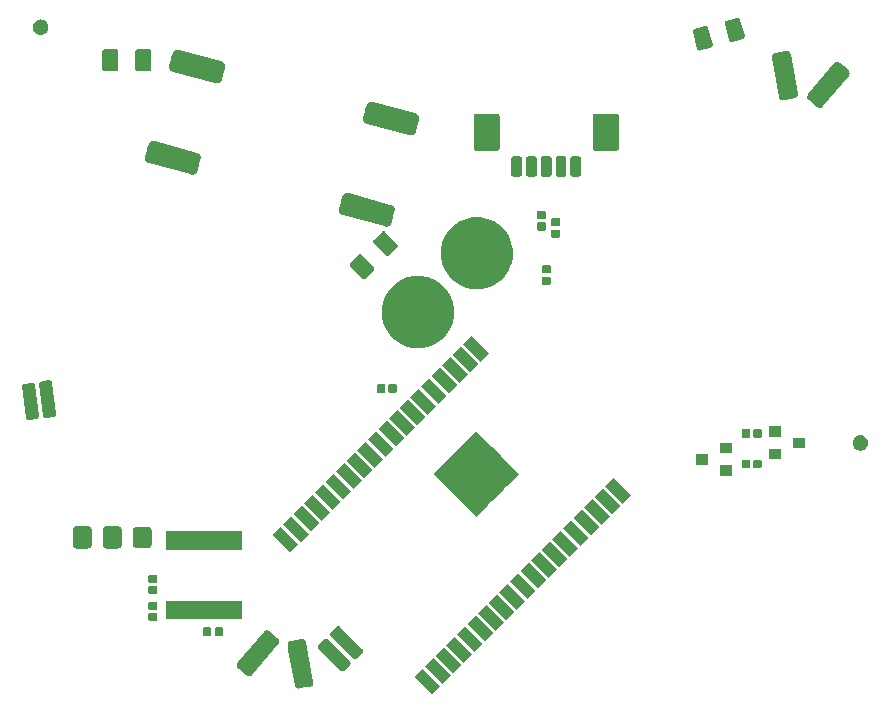
<source format=gts>
G04 #@! TF.GenerationSoftware,KiCad,Pcbnew,5.0.2+dfsg1-1*
G04 #@! TF.CreationDate,2021-09-10T13:16:56+02:00*
G04 #@! TF.ProjectId,edgedriver,65646765-6472-4697-9665-722e6b696361,rev?*
G04 #@! TF.SameCoordinates,Original*
G04 #@! TF.FileFunction,Soldermask,Top*
G04 #@! TF.FilePolarity,Negative*
%FSLAX46Y46*%
G04 Gerber Fmt 4.6, Leading zero omitted, Abs format (unit mm)*
G04 Created by KiCad (PCBNEW 5.0.2+dfsg1-1) date Fri 10 Sep 2021 01:16:56 PM CEST*
%MOMM*%
%LPD*%
G01*
G04 APERTURE LIST*
%ADD10C,0.010000*%
%ADD11C,0.100000*%
G04 APERTURE END LIST*
D10*
G04 #@! TO.C,U1*
G36*
X2478281Y-15287868D02*
X3418733Y-16228320D01*
X2478281Y-17168772D01*
X1537829Y-16228320D01*
X2478281Y-15287868D01*
G37*
X2478281Y-15287868D02*
X3418733Y-16228320D01*
X2478281Y-17168772D01*
X1537829Y-16228320D01*
X2478281Y-15287868D01*
G36*
X1180740Y-13990327D02*
X2121192Y-14930779D01*
X1180740Y-15871231D01*
X240288Y-14930779D01*
X1180740Y-13990327D01*
G37*
X1180740Y-13990327D02*
X2121192Y-14930779D01*
X1180740Y-15871231D01*
X240288Y-14930779D01*
X1180740Y-13990327D01*
G36*
X3775822Y-16585409D02*
X4716274Y-17525861D01*
X3775822Y-18466313D01*
X2835370Y-17525861D01*
X3775822Y-16585409D01*
G37*
X3775822Y-16585409D02*
X4716274Y-17525861D01*
X3775822Y-18466313D01*
X2835370Y-17525861D01*
X3775822Y-16585409D01*
G36*
X5073363Y-15287868D02*
X6013815Y-16228320D01*
X5073363Y-17168772D01*
X4132911Y-16228320D01*
X5073363Y-15287868D01*
G37*
X5073363Y-15287868D02*
X6013815Y-16228320D01*
X5073363Y-17168772D01*
X4132911Y-16228320D01*
X5073363Y-15287868D01*
G36*
X3775822Y-13990327D02*
X4716274Y-14930779D01*
X3775822Y-15871231D01*
X2835370Y-14930779D01*
X3775822Y-13990327D01*
G37*
X3775822Y-13990327D02*
X4716274Y-14930779D01*
X3775822Y-15871231D01*
X2835370Y-14930779D01*
X3775822Y-13990327D01*
G36*
X2478281Y-12692786D02*
X3418733Y-13633238D01*
X2478281Y-14573690D01*
X1537829Y-13633238D01*
X2478281Y-12692786D01*
G37*
X2478281Y-12692786D02*
X3418733Y-13633238D01*
X2478281Y-14573690D01*
X1537829Y-13633238D01*
X2478281Y-12692786D01*
G36*
X-116801Y-15287868D02*
X823652Y-16228320D01*
X-116801Y-17168772D01*
X-1057253Y-16228320D01*
X-116801Y-15287868D01*
G37*
X-116801Y-15287868D02*
X823652Y-16228320D01*
X-116801Y-17168772D01*
X-1057253Y-16228320D01*
X-116801Y-15287868D01*
G36*
X1180740Y-16585409D02*
X2121192Y-17525861D01*
X1180740Y-18466313D01*
X240288Y-17525861D01*
X1180740Y-16585409D01*
G37*
X1180740Y-16585409D02*
X2121192Y-17525861D01*
X1180740Y-18466313D01*
X240288Y-17525861D01*
X1180740Y-16585409D01*
G36*
X2478281Y-17882950D02*
X3418733Y-18823402D01*
X2478281Y-19763854D01*
X1537829Y-18823402D01*
X2478281Y-17882950D01*
G37*
X2478281Y-17882950D02*
X3418733Y-18823402D01*
X2478281Y-19763854D01*
X1537829Y-18823402D01*
X2478281Y-17882950D01*
D11*
G36*
X-567935Y-34195904D02*
X-1276456Y-34904425D01*
X-2762795Y-33418086D01*
X-2054274Y-32709565D01*
X-567935Y-34195904D01*
X-567935Y-34195904D01*
G37*
G36*
X-12168467Y-30203227D02*
X-12105609Y-30223803D01*
X-12047973Y-30256246D01*
X-11997768Y-30299315D01*
X-11956937Y-30351341D01*
X-11927038Y-30410338D01*
X-11907561Y-30479981D01*
X-11478747Y-32911912D01*
X-11406805Y-33319913D01*
X-11314777Y-33841834D01*
X-11309260Y-33913939D01*
X-11317177Y-33979603D01*
X-11337753Y-34042461D01*
X-11370196Y-34100097D01*
X-11413265Y-34150302D01*
X-11465291Y-34191133D01*
X-11524288Y-34221032D01*
X-11593931Y-34240509D01*
X-11935208Y-34300685D01*
X-12438263Y-34389387D01*
X-12438266Y-34389387D01*
X-12493764Y-34399173D01*
X-12565869Y-34404690D01*
X-12631533Y-34396773D01*
X-12694391Y-34376197D01*
X-12752027Y-34343754D01*
X-12802232Y-34300685D01*
X-12843063Y-34248659D01*
X-12872962Y-34189662D01*
X-12892439Y-34120019D01*
X-13424653Y-31101678D01*
X-13475437Y-30813667D01*
X-13475437Y-30813664D01*
X-13485223Y-30758166D01*
X-13490740Y-30686061D01*
X-13482823Y-30620397D01*
X-13462247Y-30557539D01*
X-13429804Y-30499903D01*
X-13386735Y-30449698D01*
X-13334709Y-30408867D01*
X-13275712Y-30378968D01*
X-13206069Y-30359491D01*
X-12693598Y-30269129D01*
X-12361737Y-30210613D01*
X-12361734Y-30210613D01*
X-12306236Y-30200827D01*
X-12234131Y-30195310D01*
X-12168467Y-30203227D01*
X-12168467Y-30203227D01*
G37*
G36*
X330091Y-33297877D02*
X-378430Y-34006398D01*
X-1864769Y-32520059D01*
X-1156248Y-31811538D01*
X330091Y-33297877D01*
X330091Y-33297877D01*
G37*
G36*
X-15216850Y-29454766D02*
X-15152126Y-29468376D01*
X-15091300Y-29494352D01*
X-15031622Y-29535176D01*
X-14988448Y-29571403D01*
X-14988444Y-29571406D01*
X-14374842Y-30086279D01*
X-14374833Y-30086288D01*
X-14331662Y-30122513D01*
X-14281096Y-30174194D01*
X-14244954Y-30229584D01*
X-14220310Y-30290965D01*
X-14208115Y-30355969D01*
X-14208837Y-30422110D01*
X-14222447Y-30486834D01*
X-14248422Y-30547659D01*
X-14289252Y-30607346D01*
X-16483547Y-33222404D01*
X-16535232Y-33272973D01*
X-16590625Y-33309118D01*
X-16652004Y-33333761D01*
X-16717009Y-33345956D01*
X-16783150Y-33345234D01*
X-16847874Y-33331624D01*
X-16908700Y-33305648D01*
X-16968378Y-33264824D01*
X-17011552Y-33228597D01*
X-17011556Y-33228594D01*
X-17625158Y-32713721D01*
X-17625167Y-32713712D01*
X-17668338Y-32677487D01*
X-17718904Y-32625806D01*
X-17755046Y-32570416D01*
X-17779690Y-32509035D01*
X-17791885Y-32444031D01*
X-17791163Y-32377890D01*
X-17777553Y-32313166D01*
X-17751578Y-32252341D01*
X-17710748Y-32192654D01*
X-15516453Y-29577596D01*
X-15464768Y-29527027D01*
X-15409375Y-29490882D01*
X-15347996Y-29466239D01*
X-15282991Y-29454044D01*
X-15216850Y-29454766D01*
X-15216850Y-29454766D01*
G37*
G36*
X1228118Y-32399852D02*
X519597Y-33108373D01*
X-966742Y-31622034D01*
X-258221Y-30913513D01*
X1228118Y-32399852D01*
X1228118Y-32399852D01*
G37*
G36*
X-10226334Y-30167235D02*
X-10186486Y-30179323D01*
X-10149766Y-30198950D01*
X-10112805Y-30229283D01*
X-8229283Y-32112805D01*
X-8198950Y-32149766D01*
X-8179323Y-32186486D01*
X-8167235Y-32226334D01*
X-8163154Y-32267767D01*
X-8167235Y-32309200D01*
X-8179323Y-32349048D01*
X-8198950Y-32385768D01*
X-8229283Y-32422729D01*
X-8698591Y-32892037D01*
X-8735552Y-32922370D01*
X-8772272Y-32941997D01*
X-8812120Y-32954085D01*
X-8853553Y-32958166D01*
X-8894986Y-32954085D01*
X-8934834Y-32941997D01*
X-8971554Y-32922370D01*
X-9008515Y-32892037D01*
X-10892037Y-31008515D01*
X-10922370Y-30971554D01*
X-10941997Y-30934834D01*
X-10954085Y-30894986D01*
X-10958166Y-30853553D01*
X-10954085Y-30812120D01*
X-10941997Y-30772272D01*
X-10922370Y-30735552D01*
X-10892037Y-30698591D01*
X-10422729Y-30229283D01*
X-10385768Y-30198950D01*
X-10349048Y-30179323D01*
X-10309200Y-30167235D01*
X-10267767Y-30163154D01*
X-10226334Y-30167235D01*
X-10226334Y-30167235D01*
G37*
G36*
X2126142Y-31501827D02*
X1417621Y-32210348D01*
X-68718Y-30724009D01*
X639803Y-30015488D01*
X2126142Y-31501827D01*
X2126142Y-31501827D01*
G37*
G36*
X-9165674Y-29106575D02*
X-9125826Y-29118663D01*
X-9089106Y-29138290D01*
X-9052145Y-29168623D01*
X-7168623Y-31052145D01*
X-7138290Y-31089106D01*
X-7118663Y-31125826D01*
X-7106575Y-31165674D01*
X-7102494Y-31207107D01*
X-7106575Y-31248540D01*
X-7118663Y-31288388D01*
X-7138290Y-31325108D01*
X-7168623Y-31362069D01*
X-7637931Y-31831377D01*
X-7674892Y-31861710D01*
X-7711612Y-31881337D01*
X-7751460Y-31893425D01*
X-7792893Y-31897506D01*
X-7834326Y-31893425D01*
X-7874174Y-31881337D01*
X-7910894Y-31861710D01*
X-7947855Y-31831377D01*
X-9831377Y-29947855D01*
X-9861710Y-29910894D01*
X-9881337Y-29874174D01*
X-9893425Y-29834326D01*
X-9897506Y-29792893D01*
X-9893425Y-29751460D01*
X-9881337Y-29711612D01*
X-9861710Y-29674892D01*
X-9831377Y-29637931D01*
X-9362069Y-29168623D01*
X-9325108Y-29138290D01*
X-9288388Y-29118663D01*
X-9248540Y-29106575D01*
X-9207107Y-29102494D01*
X-9165674Y-29106575D01*
X-9165674Y-29106575D01*
G37*
G36*
X3024168Y-30603801D02*
X2315647Y-31312322D01*
X829308Y-29825983D01*
X1537829Y-29117462D01*
X3024168Y-30603801D01*
X3024168Y-30603801D01*
G37*
G36*
X3922194Y-29705776D02*
X3213673Y-30414297D01*
X1727334Y-28927958D01*
X2435855Y-28219437D01*
X3922194Y-29705776D01*
X3922194Y-29705776D01*
G37*
G36*
X-20028062Y-29231716D02*
X-20007444Y-29237970D01*
X-19988444Y-29248126D01*
X-19971792Y-29261792D01*
X-19958126Y-29278444D01*
X-19947970Y-29297444D01*
X-19941716Y-29318062D01*
X-19939000Y-29345640D01*
X-19939000Y-29854360D01*
X-19941716Y-29881938D01*
X-19947970Y-29902556D01*
X-19958126Y-29921556D01*
X-19971792Y-29938208D01*
X-19988444Y-29951874D01*
X-20007444Y-29962030D01*
X-20028062Y-29968284D01*
X-20055640Y-29971000D01*
X-20514360Y-29971000D01*
X-20541938Y-29968284D01*
X-20562556Y-29962030D01*
X-20581556Y-29951874D01*
X-20598208Y-29938208D01*
X-20611874Y-29921556D01*
X-20622030Y-29902556D01*
X-20628284Y-29881938D01*
X-20631000Y-29854360D01*
X-20631000Y-29345640D01*
X-20628284Y-29318062D01*
X-20622030Y-29297444D01*
X-20611874Y-29278444D01*
X-20598208Y-29261792D01*
X-20581556Y-29248126D01*
X-20562556Y-29237970D01*
X-20541938Y-29231716D01*
X-20514360Y-29229000D01*
X-20055640Y-29229000D01*
X-20028062Y-29231716D01*
X-20028062Y-29231716D01*
G37*
G36*
X-19058062Y-29231716D02*
X-19037444Y-29237970D01*
X-19018444Y-29248126D01*
X-19001792Y-29261792D01*
X-18988126Y-29278444D01*
X-18977970Y-29297444D01*
X-18971716Y-29318062D01*
X-18969000Y-29345640D01*
X-18969000Y-29854360D01*
X-18971716Y-29881938D01*
X-18977970Y-29902556D01*
X-18988126Y-29921556D01*
X-19001792Y-29938208D01*
X-19018444Y-29951874D01*
X-19037444Y-29962030D01*
X-19058062Y-29968284D01*
X-19085640Y-29971000D01*
X-19544360Y-29971000D01*
X-19571938Y-29968284D01*
X-19592556Y-29962030D01*
X-19611556Y-29951874D01*
X-19628208Y-29938208D01*
X-19641874Y-29921556D01*
X-19652030Y-29902556D01*
X-19658284Y-29881938D01*
X-19661000Y-29854360D01*
X-19661000Y-29345640D01*
X-19658284Y-29318062D01*
X-19652030Y-29297444D01*
X-19641874Y-29278444D01*
X-19628208Y-29261792D01*
X-19611556Y-29248126D01*
X-19592556Y-29237970D01*
X-19571938Y-29231716D01*
X-19544360Y-29229000D01*
X-19085640Y-29229000D01*
X-19058062Y-29231716D01*
X-19058062Y-29231716D01*
G37*
G36*
X4820219Y-28807750D02*
X4111698Y-29516271D01*
X2625359Y-28029932D01*
X3333880Y-27321411D01*
X4820219Y-28807750D01*
X4820219Y-28807750D01*
G37*
G36*
X-24618062Y-28019716D02*
X-24597444Y-28025970D01*
X-24578444Y-28036126D01*
X-24561792Y-28049792D01*
X-24548126Y-28066444D01*
X-24537970Y-28085444D01*
X-24531716Y-28106062D01*
X-24529000Y-28133640D01*
X-24529000Y-28592360D01*
X-24531716Y-28619938D01*
X-24537970Y-28640556D01*
X-24548126Y-28659556D01*
X-24561792Y-28676208D01*
X-24578444Y-28689874D01*
X-24597444Y-28700030D01*
X-24618062Y-28706284D01*
X-24645640Y-28709000D01*
X-25154360Y-28709000D01*
X-25181938Y-28706284D01*
X-25202556Y-28700030D01*
X-25221556Y-28689874D01*
X-25238208Y-28676208D01*
X-25251874Y-28659556D01*
X-25262030Y-28640556D01*
X-25268284Y-28619938D01*
X-25271000Y-28592360D01*
X-25271000Y-28133640D01*
X-25268284Y-28106062D01*
X-25262030Y-28085444D01*
X-25251874Y-28066444D01*
X-25238208Y-28049792D01*
X-25221556Y-28036126D01*
X-25202556Y-28025970D01*
X-25181938Y-28019716D01*
X-25154360Y-28017000D01*
X-24645640Y-28017000D01*
X-24618062Y-28019716D01*
X-24618062Y-28019716D01*
G37*
G36*
X5718245Y-27909724D02*
X5009724Y-28618245D01*
X3523385Y-27131906D01*
X4231906Y-26423385D01*
X5718245Y-27909724D01*
X5718245Y-27909724D01*
G37*
G36*
X-17381000Y-28556000D02*
X-23783000Y-28556000D01*
X-23783000Y-27004000D01*
X-17381000Y-27004000D01*
X-17381000Y-28556000D01*
X-17381000Y-28556000D01*
G37*
G36*
X-24618062Y-27049716D02*
X-24597444Y-27055970D01*
X-24578444Y-27066126D01*
X-24561792Y-27079792D01*
X-24548126Y-27096444D01*
X-24537970Y-27115444D01*
X-24531716Y-27136062D01*
X-24529000Y-27163640D01*
X-24529000Y-27622360D01*
X-24531716Y-27649938D01*
X-24537970Y-27670556D01*
X-24548126Y-27689556D01*
X-24561792Y-27706208D01*
X-24578444Y-27719874D01*
X-24597444Y-27730030D01*
X-24618062Y-27736284D01*
X-24645640Y-27739000D01*
X-25154360Y-27739000D01*
X-25181938Y-27736284D01*
X-25202556Y-27730030D01*
X-25221556Y-27719874D01*
X-25238208Y-27706208D01*
X-25251874Y-27689556D01*
X-25262030Y-27670556D01*
X-25268284Y-27649938D01*
X-25271000Y-27622360D01*
X-25271000Y-27163640D01*
X-25268284Y-27136062D01*
X-25262030Y-27115444D01*
X-25251874Y-27096444D01*
X-25238208Y-27079792D01*
X-25221556Y-27066126D01*
X-25202556Y-27055970D01*
X-25181938Y-27049716D01*
X-25154360Y-27047000D01*
X-24645640Y-27047000D01*
X-24618062Y-27049716D01*
X-24618062Y-27049716D01*
G37*
G36*
X6616271Y-27011699D02*
X5907750Y-27720220D01*
X4421411Y-26233881D01*
X5129932Y-25525360D01*
X6616271Y-27011699D01*
X6616271Y-27011699D01*
G37*
G36*
X7514296Y-26113673D02*
X6805775Y-26822194D01*
X5319436Y-25335855D01*
X6027957Y-24627334D01*
X7514296Y-26113673D01*
X7514296Y-26113673D01*
G37*
G36*
X-24618062Y-25733716D02*
X-24597444Y-25739970D01*
X-24578444Y-25750126D01*
X-24561792Y-25763792D01*
X-24548126Y-25780444D01*
X-24537970Y-25799444D01*
X-24531716Y-25820062D01*
X-24529000Y-25847640D01*
X-24529000Y-26306360D01*
X-24531716Y-26333938D01*
X-24537970Y-26354556D01*
X-24548126Y-26373556D01*
X-24561792Y-26390208D01*
X-24578444Y-26403874D01*
X-24597444Y-26414030D01*
X-24618062Y-26420284D01*
X-24645640Y-26423000D01*
X-25154360Y-26423000D01*
X-25181938Y-26420284D01*
X-25202556Y-26414030D01*
X-25221556Y-26403874D01*
X-25238208Y-26390208D01*
X-25251874Y-26373556D01*
X-25262030Y-26354556D01*
X-25268284Y-26333938D01*
X-25271000Y-26306360D01*
X-25271000Y-25847640D01*
X-25268284Y-25820062D01*
X-25262030Y-25799444D01*
X-25251874Y-25780444D01*
X-25238208Y-25763792D01*
X-25221556Y-25750126D01*
X-25202556Y-25739970D01*
X-25181938Y-25733716D01*
X-25154360Y-25731000D01*
X-24645640Y-25731000D01*
X-24618062Y-25733716D01*
X-24618062Y-25733716D01*
G37*
G36*
X8412322Y-25215648D02*
X7703801Y-25924169D01*
X6217462Y-24437830D01*
X6925983Y-23729309D01*
X8412322Y-25215648D01*
X8412322Y-25215648D01*
G37*
G36*
X-24618062Y-24763716D02*
X-24597444Y-24769970D01*
X-24578444Y-24780126D01*
X-24561792Y-24793792D01*
X-24548126Y-24810444D01*
X-24537970Y-24829444D01*
X-24531716Y-24850062D01*
X-24529000Y-24877640D01*
X-24529000Y-25336360D01*
X-24531716Y-25363938D01*
X-24537970Y-25384556D01*
X-24548126Y-25403556D01*
X-24561792Y-25420208D01*
X-24578444Y-25433874D01*
X-24597444Y-25444030D01*
X-24618062Y-25450284D01*
X-24645640Y-25453000D01*
X-25154360Y-25453000D01*
X-25181938Y-25450284D01*
X-25202556Y-25444030D01*
X-25221556Y-25433874D01*
X-25238208Y-25420208D01*
X-25251874Y-25403556D01*
X-25262030Y-25384556D01*
X-25268284Y-25363938D01*
X-25271000Y-25336360D01*
X-25271000Y-24877640D01*
X-25268284Y-24850062D01*
X-25262030Y-24829444D01*
X-25251874Y-24810444D01*
X-25238208Y-24793792D01*
X-25221556Y-24780126D01*
X-25202556Y-24769970D01*
X-25181938Y-24763716D01*
X-25154360Y-24761000D01*
X-24645640Y-24761000D01*
X-24618062Y-24763716D01*
X-24618062Y-24763716D01*
G37*
G36*
X9310347Y-24317622D02*
X8601826Y-25026143D01*
X7115487Y-23539804D01*
X7824008Y-22831283D01*
X9310347Y-24317622D01*
X9310347Y-24317622D01*
G37*
G36*
X10208373Y-23419596D02*
X9499852Y-24128117D01*
X8013513Y-22641778D01*
X8722034Y-21933257D01*
X10208373Y-23419596D01*
X10208373Y-23419596D01*
G37*
G36*
X11106399Y-22521571D02*
X10397878Y-23230092D01*
X8911539Y-21743753D01*
X9620060Y-21035232D01*
X11106399Y-22521571D01*
X11106399Y-22521571D01*
G37*
G36*
X-12588750Y-22175088D02*
X-13297271Y-22883609D01*
X-14783610Y-21397270D01*
X-14075089Y-20688749D01*
X-12588750Y-22175088D01*
X-12588750Y-22175088D01*
G37*
G36*
X-17381000Y-22656000D02*
X-23783000Y-22656000D01*
X-23783000Y-21104000D01*
X-17381000Y-21104000D01*
X-17381000Y-22656000D01*
X-17381000Y-22656000D01*
G37*
G36*
X-27811178Y-20656087D02*
X-27747886Y-20675287D01*
X-27689552Y-20706467D01*
X-27638426Y-20748426D01*
X-27596467Y-20799552D01*
X-27565287Y-20857886D01*
X-27546087Y-20921178D01*
X-27539000Y-20993139D01*
X-27539000Y-22206861D01*
X-27546087Y-22278822D01*
X-27565287Y-22342114D01*
X-27596467Y-22400448D01*
X-27638426Y-22451574D01*
X-27689552Y-22493533D01*
X-27747886Y-22524713D01*
X-27811178Y-22543913D01*
X-27883139Y-22551000D01*
X-28796861Y-22551000D01*
X-28868822Y-22543913D01*
X-28932114Y-22524713D01*
X-28990448Y-22493533D01*
X-29041574Y-22451574D01*
X-29083533Y-22400448D01*
X-29114713Y-22342114D01*
X-29133913Y-22278822D01*
X-29141000Y-22206861D01*
X-29141000Y-20993139D01*
X-29133913Y-20921178D01*
X-29114713Y-20857886D01*
X-29083533Y-20799552D01*
X-29041574Y-20748426D01*
X-28990448Y-20706467D01*
X-28932114Y-20675287D01*
X-28868822Y-20656087D01*
X-28796861Y-20649000D01*
X-27883139Y-20649000D01*
X-27811178Y-20656087D01*
X-27811178Y-20656087D01*
G37*
G36*
X-30351178Y-20656087D02*
X-30287886Y-20675287D01*
X-30229552Y-20706467D01*
X-30178426Y-20748426D01*
X-30136467Y-20799552D01*
X-30105287Y-20857886D01*
X-30086087Y-20921178D01*
X-30079000Y-20993139D01*
X-30079000Y-22206861D01*
X-30086087Y-22278822D01*
X-30105287Y-22342114D01*
X-30136467Y-22400448D01*
X-30178426Y-22451574D01*
X-30229552Y-22493533D01*
X-30287886Y-22524713D01*
X-30351178Y-22543913D01*
X-30423139Y-22551000D01*
X-31336861Y-22551000D01*
X-31408822Y-22543913D01*
X-31472114Y-22524713D01*
X-31530448Y-22493533D01*
X-31581574Y-22451574D01*
X-31623533Y-22400448D01*
X-31654713Y-22342114D01*
X-31673913Y-22278822D01*
X-31681000Y-22206861D01*
X-31681000Y-20993139D01*
X-31673913Y-20921178D01*
X-31654713Y-20857886D01*
X-31623533Y-20799552D01*
X-31581574Y-20748426D01*
X-31530448Y-20706467D01*
X-31472114Y-20675287D01*
X-31408822Y-20656087D01*
X-31336861Y-20649000D01*
X-30423139Y-20649000D01*
X-30351178Y-20656087D01*
X-30351178Y-20656087D01*
G37*
G36*
X-25271178Y-20706087D02*
X-25207886Y-20725287D01*
X-25149552Y-20756467D01*
X-25098426Y-20798426D01*
X-25056467Y-20849552D01*
X-25025287Y-20907886D01*
X-25006087Y-20971178D01*
X-24999000Y-21043139D01*
X-24999000Y-22156861D01*
X-25006087Y-22228822D01*
X-25025287Y-22292114D01*
X-25056467Y-22350448D01*
X-25098426Y-22401574D01*
X-25149552Y-22443533D01*
X-25207886Y-22474713D01*
X-25271178Y-22493913D01*
X-25343139Y-22501000D01*
X-26256861Y-22501000D01*
X-26328822Y-22493913D01*
X-26392114Y-22474713D01*
X-26450448Y-22443533D01*
X-26501574Y-22401574D01*
X-26543533Y-22350448D01*
X-26574713Y-22292114D01*
X-26593913Y-22228822D01*
X-26601000Y-22156861D01*
X-26601000Y-21043139D01*
X-26593913Y-20971178D01*
X-26574713Y-20907886D01*
X-26543533Y-20849552D01*
X-26501574Y-20798426D01*
X-26450448Y-20756467D01*
X-26392114Y-20725287D01*
X-26328822Y-20706087D01*
X-26256861Y-20699000D01*
X-25343139Y-20699000D01*
X-25271178Y-20706087D01*
X-25271178Y-20706087D01*
G37*
G36*
X12004424Y-21623545D02*
X11295903Y-22332066D01*
X9809564Y-20845727D01*
X10518085Y-20137206D01*
X12004424Y-21623545D01*
X12004424Y-21623545D01*
G37*
G36*
X-11690724Y-21277063D02*
X-12399245Y-21985584D01*
X-13885584Y-20499245D01*
X-13177063Y-19790724D01*
X-11690724Y-21277063D01*
X-11690724Y-21277063D01*
G37*
G36*
X12902450Y-20725519D02*
X12193929Y-21434040D01*
X10707590Y-19947701D01*
X11416111Y-19239180D01*
X12902450Y-20725519D01*
X12902450Y-20725519D01*
G37*
G36*
X-10792698Y-20379037D02*
X-11501219Y-21087558D01*
X-12987558Y-19601219D01*
X-12279037Y-18892698D01*
X-10792698Y-20379037D01*
X-10792698Y-20379037D01*
G37*
G36*
X13800475Y-19827494D02*
X13091954Y-20536015D01*
X11605615Y-19049676D01*
X12314136Y-18341155D01*
X13800475Y-19827494D01*
X13800475Y-19827494D01*
G37*
G36*
X-9894673Y-19481012D02*
X-10603194Y-20189533D01*
X-12089533Y-18703194D01*
X-11381012Y-17994673D01*
X-9894673Y-19481012D01*
X-9894673Y-19481012D01*
G37*
G36*
X6085940Y-16228320D02*
X2478281Y-19835979D01*
X-1129378Y-16228320D01*
X2478281Y-12620661D01*
X6085940Y-16228320D01*
X6085940Y-16228320D01*
G37*
G36*
X14698501Y-18929468D02*
X13989980Y-19637989D01*
X12503641Y-18151650D01*
X13212162Y-17443129D01*
X14698501Y-18929468D01*
X14698501Y-18929468D01*
G37*
G36*
X-8996647Y-18582986D02*
X-9705168Y-19291507D01*
X-11191507Y-17805168D01*
X-10482986Y-17096647D01*
X-8996647Y-18582986D01*
X-8996647Y-18582986D01*
G37*
G36*
X15596527Y-18031443D02*
X14888006Y-18739964D01*
X13401667Y-17253625D01*
X14110188Y-16545104D01*
X15596527Y-18031443D01*
X15596527Y-18031443D01*
G37*
G36*
X-8098622Y-17684960D02*
X-8807143Y-18393481D01*
X-10293482Y-16907142D01*
X-9584961Y-16198621D01*
X-8098622Y-17684960D01*
X-8098622Y-17684960D01*
G37*
G36*
X-7200596Y-16786935D02*
X-7909117Y-17495456D01*
X-9395456Y-16009117D01*
X-8686935Y-15300596D01*
X-7200596Y-16786935D01*
X-7200596Y-16786935D01*
G37*
G36*
X-6302570Y-15888909D02*
X-7011091Y-16597430D01*
X-8497430Y-15111091D01*
X-7788909Y-14402570D01*
X-6302570Y-15888909D01*
X-6302570Y-15888909D01*
G37*
G36*
X24101000Y-16401000D02*
X23099000Y-16401000D01*
X23099000Y-15499000D01*
X24101000Y-15499000D01*
X24101000Y-16401000D01*
X24101000Y-16401000D01*
G37*
G36*
X26541938Y-15031716D02*
X26562556Y-15037970D01*
X26581556Y-15048126D01*
X26598208Y-15061792D01*
X26611874Y-15078444D01*
X26622030Y-15097444D01*
X26628284Y-15118062D01*
X26631000Y-15145640D01*
X26631000Y-15654360D01*
X26628284Y-15681938D01*
X26622030Y-15702556D01*
X26611874Y-15721556D01*
X26598208Y-15738208D01*
X26581556Y-15751874D01*
X26562556Y-15762030D01*
X26541938Y-15768284D01*
X26514360Y-15771000D01*
X26055640Y-15771000D01*
X26028062Y-15768284D01*
X26007444Y-15762030D01*
X25988444Y-15751874D01*
X25971792Y-15738208D01*
X25958126Y-15721556D01*
X25947970Y-15702556D01*
X25941716Y-15681938D01*
X25939000Y-15654360D01*
X25939000Y-15145640D01*
X25941716Y-15118062D01*
X25947970Y-15097444D01*
X25958126Y-15078444D01*
X25971792Y-15061792D01*
X25988444Y-15048126D01*
X26007444Y-15037970D01*
X26028062Y-15031716D01*
X26055640Y-15029000D01*
X26514360Y-15029000D01*
X26541938Y-15031716D01*
X26541938Y-15031716D01*
G37*
G36*
X25571938Y-15031716D02*
X25592556Y-15037970D01*
X25611556Y-15048126D01*
X25628208Y-15061792D01*
X25641874Y-15078444D01*
X25652030Y-15097444D01*
X25658284Y-15118062D01*
X25661000Y-15145640D01*
X25661000Y-15654360D01*
X25658284Y-15681938D01*
X25652030Y-15702556D01*
X25641874Y-15721556D01*
X25628208Y-15738208D01*
X25611556Y-15751874D01*
X25592556Y-15762030D01*
X25571938Y-15768284D01*
X25544360Y-15771000D01*
X25085640Y-15771000D01*
X25058062Y-15768284D01*
X25037444Y-15762030D01*
X25018444Y-15751874D01*
X25001792Y-15738208D01*
X24988126Y-15721556D01*
X24977970Y-15702556D01*
X24971716Y-15681938D01*
X24969000Y-15654360D01*
X24969000Y-15145640D01*
X24971716Y-15118062D01*
X24977970Y-15097444D01*
X24988126Y-15078444D01*
X25001792Y-15061792D01*
X25018444Y-15048126D01*
X25037444Y-15037970D01*
X25058062Y-15031716D01*
X25085640Y-15029000D01*
X25544360Y-15029000D01*
X25571938Y-15031716D01*
X25571938Y-15031716D01*
G37*
G36*
X-5404545Y-14990883D02*
X-6113066Y-15699404D01*
X-7599405Y-14213065D01*
X-6890884Y-13504544D01*
X-5404545Y-14990883D01*
X-5404545Y-14990883D01*
G37*
G36*
X22101000Y-15451000D02*
X21099000Y-15451000D01*
X21099000Y-14549000D01*
X22101000Y-14549000D01*
X22101000Y-15451000D01*
X22101000Y-15451000D01*
G37*
G36*
X28301000Y-15001000D02*
X27299000Y-15001000D01*
X27299000Y-14099000D01*
X28301000Y-14099000D01*
X28301000Y-15001000D01*
X28301000Y-15001000D01*
G37*
G36*
X-4506519Y-14092858D02*
X-5215040Y-14801379D01*
X-6701379Y-13315040D01*
X-5992858Y-12606519D01*
X-4506519Y-14092858D01*
X-4506519Y-14092858D01*
G37*
G36*
X24101000Y-14501000D02*
X23099000Y-14501000D01*
X23099000Y-13599000D01*
X24101000Y-13599000D01*
X24101000Y-14501000D01*
X24101000Y-14501000D01*
G37*
G36*
X35147738Y-12966653D02*
X35189598Y-12974979D01*
X35224245Y-12989330D01*
X35307890Y-13023977D01*
X35414354Y-13095114D01*
X35504886Y-13185646D01*
X35576023Y-13292110D01*
X35625021Y-13410403D01*
X35650000Y-13535979D01*
X35650000Y-13664021D01*
X35625021Y-13789597D01*
X35576023Y-13907890D01*
X35504886Y-14014354D01*
X35414354Y-14104886D01*
X35307890Y-14176023D01*
X35224245Y-14210670D01*
X35189598Y-14225021D01*
X35147738Y-14233347D01*
X35064021Y-14250000D01*
X34935979Y-14250000D01*
X34852262Y-14233347D01*
X34810402Y-14225021D01*
X34775755Y-14210670D01*
X34692110Y-14176023D01*
X34585646Y-14104886D01*
X34495114Y-14014354D01*
X34423977Y-13907890D01*
X34374979Y-13789597D01*
X34350000Y-13664021D01*
X34350000Y-13535979D01*
X34374979Y-13410403D01*
X34423977Y-13292110D01*
X34495114Y-13185646D01*
X34585646Y-13095114D01*
X34692110Y-13023977D01*
X34775755Y-12989330D01*
X34810402Y-12974979D01*
X34852262Y-12966653D01*
X34935979Y-12950000D01*
X35064021Y-12950000D01*
X35147738Y-12966653D01*
X35147738Y-12966653D01*
G37*
G36*
X30301000Y-14051000D02*
X29299000Y-14051000D01*
X29299000Y-13149000D01*
X30301000Y-13149000D01*
X30301000Y-14051000D01*
X30301000Y-14051000D01*
G37*
G36*
X-3608494Y-13194832D02*
X-4317015Y-13903353D01*
X-5803354Y-12417014D01*
X-5094833Y-11708493D01*
X-3608494Y-13194832D01*
X-3608494Y-13194832D01*
G37*
G36*
X25571938Y-12431716D02*
X25592556Y-12437970D01*
X25611556Y-12448126D01*
X25628208Y-12461792D01*
X25641874Y-12478444D01*
X25652030Y-12497444D01*
X25658284Y-12518062D01*
X25661000Y-12545640D01*
X25661000Y-13054360D01*
X25658284Y-13081938D01*
X25652030Y-13102556D01*
X25641874Y-13121556D01*
X25628208Y-13138208D01*
X25611556Y-13151874D01*
X25592556Y-13162030D01*
X25571938Y-13168284D01*
X25544360Y-13171000D01*
X25085640Y-13171000D01*
X25058062Y-13168284D01*
X25037444Y-13162030D01*
X25018444Y-13151874D01*
X25001792Y-13138208D01*
X24988126Y-13121556D01*
X24977970Y-13102556D01*
X24971716Y-13081938D01*
X24969000Y-13054360D01*
X24969000Y-12545640D01*
X24971716Y-12518062D01*
X24977970Y-12497444D01*
X24988126Y-12478444D01*
X25001792Y-12461792D01*
X25018444Y-12448126D01*
X25037444Y-12437970D01*
X25058062Y-12431716D01*
X25085640Y-12429000D01*
X25544360Y-12429000D01*
X25571938Y-12431716D01*
X25571938Y-12431716D01*
G37*
G36*
X26541938Y-12431716D02*
X26562556Y-12437970D01*
X26581556Y-12448126D01*
X26598208Y-12461792D01*
X26611874Y-12478444D01*
X26622030Y-12497444D01*
X26628284Y-12518062D01*
X26631000Y-12545640D01*
X26631000Y-13054360D01*
X26628284Y-13081938D01*
X26622030Y-13102556D01*
X26611874Y-13121556D01*
X26598208Y-13138208D01*
X26581556Y-13151874D01*
X26562556Y-13162030D01*
X26541938Y-13168284D01*
X26514360Y-13171000D01*
X26055640Y-13171000D01*
X26028062Y-13168284D01*
X26007444Y-13162030D01*
X25988444Y-13151874D01*
X25971792Y-13138208D01*
X25958126Y-13121556D01*
X25947970Y-13102556D01*
X25941716Y-13081938D01*
X25939000Y-13054360D01*
X25939000Y-12545640D01*
X25941716Y-12518062D01*
X25947970Y-12497444D01*
X25958126Y-12478444D01*
X25971792Y-12461792D01*
X25988444Y-12448126D01*
X26007444Y-12437970D01*
X26028062Y-12431716D01*
X26055640Y-12429000D01*
X26514360Y-12429000D01*
X26541938Y-12431716D01*
X26541938Y-12431716D01*
G37*
G36*
X28301000Y-13101000D02*
X27299000Y-13101000D01*
X27299000Y-12199000D01*
X28301000Y-12199000D01*
X28301000Y-13101000D01*
X28301000Y-13101000D01*
G37*
G36*
X-2710468Y-12296807D02*
X-3418989Y-13005328D01*
X-4905328Y-11518989D01*
X-4196807Y-10810468D01*
X-2710468Y-12296807D01*
X-2710468Y-12296807D01*
G37*
G36*
X-1812442Y-11398781D02*
X-2520963Y-12107302D01*
X-4007302Y-10620963D01*
X-3298781Y-9912442D01*
X-1812442Y-11398781D01*
X-1812442Y-11398781D01*
G37*
G36*
X-35059642Y-8508914D02*
X-35020799Y-8523922D01*
X-34985639Y-8546214D01*
X-34955498Y-8574941D01*
X-34931541Y-8608997D01*
X-34914687Y-8647074D01*
X-34904239Y-8693720D01*
X-34579613Y-11337583D01*
X-34578465Y-11385379D01*
X-34585606Y-11426396D01*
X-34600614Y-11465241D01*
X-34622909Y-11500405D01*
X-34651629Y-11530539D01*
X-34685689Y-11554498D01*
X-34723766Y-11571351D01*
X-34770414Y-11581800D01*
X-35429182Y-11662687D01*
X-35476977Y-11663835D01*
X-35517996Y-11656694D01*
X-35556839Y-11641686D01*
X-35591999Y-11619394D01*
X-35622140Y-11590667D01*
X-35646097Y-11556611D01*
X-35662951Y-11518534D01*
X-35673399Y-11471888D01*
X-35998025Y-8828025D01*
X-35999173Y-8780229D01*
X-35992032Y-8739212D01*
X-35977024Y-8700367D01*
X-35954729Y-8665203D01*
X-35926009Y-8635069D01*
X-35891949Y-8611110D01*
X-35853872Y-8594257D01*
X-35807224Y-8583808D01*
X-35148456Y-8502921D01*
X-35100661Y-8501773D01*
X-35059642Y-8508914D01*
X-35059642Y-8508914D01*
G37*
G36*
X-33570823Y-8326110D02*
X-33531980Y-8341118D01*
X-33496820Y-8363410D01*
X-33466679Y-8392137D01*
X-33442722Y-8426193D01*
X-33425868Y-8464270D01*
X-33415420Y-8510916D01*
X-33090794Y-11154779D01*
X-33089646Y-11202575D01*
X-33096787Y-11243592D01*
X-33111795Y-11282437D01*
X-33134090Y-11317601D01*
X-33162810Y-11347735D01*
X-33196870Y-11371694D01*
X-33234947Y-11388547D01*
X-33281595Y-11398996D01*
X-33940363Y-11479883D01*
X-33988158Y-11481031D01*
X-34029177Y-11473890D01*
X-34068020Y-11458882D01*
X-34103180Y-11436590D01*
X-34133321Y-11407863D01*
X-34157278Y-11373807D01*
X-34174132Y-11335730D01*
X-34184580Y-11289084D01*
X-34509206Y-8645221D01*
X-34510354Y-8597425D01*
X-34503213Y-8556408D01*
X-34488205Y-8517563D01*
X-34465910Y-8482399D01*
X-34437190Y-8452265D01*
X-34403130Y-8428306D01*
X-34365053Y-8411453D01*
X-34318405Y-8401004D01*
X-33659637Y-8320117D01*
X-33611842Y-8318969D01*
X-33570823Y-8326110D01*
X-33570823Y-8326110D01*
G37*
G36*
X-914417Y-10500755D02*
X-1622938Y-11209276D01*
X-3109277Y-9722937D01*
X-2400756Y-9014416D01*
X-914417Y-10500755D01*
X-914417Y-10500755D01*
G37*
G36*
X-16391Y-9602730D02*
X-724912Y-10311251D01*
X-2211251Y-8824912D01*
X-1502730Y-8116391D01*
X-16391Y-9602730D01*
X-16391Y-9602730D01*
G37*
G36*
X881635Y-8704704D02*
X173114Y-9413225D01*
X-1313225Y-7926886D01*
X-604704Y-7218365D01*
X881635Y-8704704D01*
X881635Y-8704704D01*
G37*
G36*
X-4358062Y-8631716D02*
X-4337444Y-8637970D01*
X-4318444Y-8648126D01*
X-4301792Y-8661792D01*
X-4288126Y-8678444D01*
X-4277970Y-8697444D01*
X-4271716Y-8718062D01*
X-4269000Y-8745640D01*
X-4269000Y-9254360D01*
X-4271716Y-9281938D01*
X-4277970Y-9302556D01*
X-4288126Y-9321556D01*
X-4301792Y-9338208D01*
X-4318444Y-9351874D01*
X-4337444Y-9362030D01*
X-4358062Y-9368284D01*
X-4385640Y-9371000D01*
X-4844360Y-9371000D01*
X-4871938Y-9368284D01*
X-4892556Y-9362030D01*
X-4911556Y-9351874D01*
X-4928208Y-9338208D01*
X-4941874Y-9321556D01*
X-4952030Y-9302556D01*
X-4958284Y-9281938D01*
X-4961000Y-9254360D01*
X-4961000Y-8745640D01*
X-4958284Y-8718062D01*
X-4952030Y-8697444D01*
X-4941874Y-8678444D01*
X-4928208Y-8661792D01*
X-4911556Y-8648126D01*
X-4892556Y-8637970D01*
X-4871938Y-8631716D01*
X-4844360Y-8629000D01*
X-4385640Y-8629000D01*
X-4358062Y-8631716D01*
X-4358062Y-8631716D01*
G37*
G36*
X-5328062Y-8631716D02*
X-5307444Y-8637970D01*
X-5288444Y-8648126D01*
X-5271792Y-8661792D01*
X-5258126Y-8678444D01*
X-5247970Y-8697444D01*
X-5241716Y-8718062D01*
X-5239000Y-8745640D01*
X-5239000Y-9254360D01*
X-5241716Y-9281938D01*
X-5247970Y-9302556D01*
X-5258126Y-9321556D01*
X-5271792Y-9338208D01*
X-5288444Y-9351874D01*
X-5307444Y-9362030D01*
X-5328062Y-9368284D01*
X-5355640Y-9371000D01*
X-5814360Y-9371000D01*
X-5841938Y-9368284D01*
X-5862556Y-9362030D01*
X-5881556Y-9351874D01*
X-5898208Y-9338208D01*
X-5911874Y-9321556D01*
X-5922030Y-9302556D01*
X-5928284Y-9281938D01*
X-5931000Y-9254360D01*
X-5931000Y-8745640D01*
X-5928284Y-8718062D01*
X-5922030Y-8697444D01*
X-5911874Y-8678444D01*
X-5898208Y-8661792D01*
X-5881556Y-8648126D01*
X-5862556Y-8637970D01*
X-5841938Y-8631716D01*
X-5814360Y-8629000D01*
X-5355640Y-8629000D01*
X-5328062Y-8631716D01*
X-5328062Y-8631716D01*
G37*
G36*
X1779660Y-7806679D02*
X1071139Y-8515200D01*
X-415200Y-7028861D01*
X293321Y-6320340D01*
X1779660Y-7806679D01*
X1779660Y-7806679D01*
G37*
G36*
X2677686Y-6908653D02*
X1969165Y-7617174D01*
X482826Y-6130835D01*
X1191347Y-5422314D01*
X2677686Y-6908653D01*
X2677686Y-6908653D01*
G37*
G36*
X3575711Y-6010627D02*
X2867190Y-6719148D01*
X1380851Y-5232809D01*
X2089372Y-4524288D01*
X3575711Y-6010627D01*
X3575711Y-6010627D01*
G37*
G36*
X-1567255Y405845D02*
X-1567253Y405844D01*
X-1567252Y405844D01*
X-1012006Y175854D01*
X-1012005Y175853D01*
X-512294Y-158043D01*
X-87332Y-583005D01*
X-87330Y-583008D01*
X246565Y-1082717D01*
X476555Y-1637963D01*
X593804Y-2227410D01*
X593804Y-2828404D01*
X476555Y-3417851D01*
X246565Y-3973097D01*
X246564Y-3973098D01*
X-87332Y-4472809D01*
X-512294Y-4897771D01*
X-512297Y-4897773D01*
X-1012006Y-5231668D01*
X-1567252Y-5461658D01*
X-1567253Y-5461658D01*
X-1567255Y-5461659D01*
X-2156697Y-5578907D01*
X-2757695Y-5578907D01*
X-3347137Y-5461659D01*
X-3347139Y-5461658D01*
X-3347140Y-5461658D01*
X-3902386Y-5231668D01*
X-4402095Y-4897773D01*
X-4402098Y-4897771D01*
X-4827060Y-4472809D01*
X-5160956Y-3973098D01*
X-5160957Y-3973097D01*
X-5390947Y-3417851D01*
X-5508196Y-2828404D01*
X-5508196Y-2227410D01*
X-5390947Y-1637963D01*
X-5160957Y-1082717D01*
X-4827062Y-583008D01*
X-4827060Y-583005D01*
X-4402098Y-158043D01*
X-3902387Y175853D01*
X-3902386Y175854D01*
X-3347140Y405844D01*
X-3347139Y405844D01*
X-3347137Y405845D01*
X-2757695Y523093D01*
X-2156697Y523093D01*
X-1567255Y405845D01*
X-1567255Y405845D01*
G37*
G36*
X3417848Y5390948D02*
X3417850Y5390947D01*
X3417851Y5390947D01*
X3973097Y5160957D01*
X4297257Y4944360D01*
X4472809Y4827060D01*
X4897771Y4402098D01*
X4897773Y4402095D01*
X5231668Y3902386D01*
X5443001Y3392181D01*
X5461659Y3347137D01*
X5578907Y2757695D01*
X5578907Y2156697D01*
X5474010Y1629345D01*
X5461658Y1567252D01*
X5231668Y1012006D01*
X5062031Y758126D01*
X4897771Y512294D01*
X4472809Y87332D01*
X4472806Y87330D01*
X3973097Y-246565D01*
X3417851Y-476555D01*
X3417850Y-476555D01*
X3417848Y-476556D01*
X2828406Y-593804D01*
X2227408Y-593804D01*
X1637966Y-476556D01*
X1637964Y-476555D01*
X1637963Y-476555D01*
X1082717Y-246565D01*
X583008Y87330D01*
X583005Y87332D01*
X158043Y512294D01*
X-6217Y758126D01*
X-175854Y1012006D01*
X-405844Y1567252D01*
X-418195Y1629345D01*
X-523093Y2156697D01*
X-523093Y2757695D01*
X-405845Y3347137D01*
X-387187Y3392181D01*
X-175854Y3902386D01*
X158041Y4402095D01*
X158043Y4402098D01*
X583005Y4827060D01*
X758557Y4944360D01*
X1082717Y5160957D01*
X1637963Y5390947D01*
X1637964Y5390947D01*
X1637966Y5390948D01*
X2227408Y5508196D01*
X2828406Y5508196D01*
X3417848Y5390948D01*
X3417848Y5390948D01*
G37*
G36*
X8681938Y458284D02*
X8702556Y452030D01*
X8721556Y441874D01*
X8738208Y428208D01*
X8751874Y411556D01*
X8762030Y392556D01*
X8768284Y371938D01*
X8771000Y344360D01*
X8771000Y-114360D01*
X8768284Y-141938D01*
X8762030Y-162556D01*
X8751874Y-181556D01*
X8738208Y-198208D01*
X8721556Y-211874D01*
X8702556Y-222030D01*
X8681938Y-228284D01*
X8654360Y-231000D01*
X8145640Y-231000D01*
X8118062Y-228284D01*
X8097444Y-222030D01*
X8078444Y-211874D01*
X8061792Y-198208D01*
X8048126Y-181556D01*
X8037970Y-162556D01*
X8031716Y-141938D01*
X8029000Y-114360D01*
X8029000Y344360D01*
X8031716Y371938D01*
X8037970Y392556D01*
X8048126Y411556D01*
X8061792Y428208D01*
X8078444Y441874D01*
X8097444Y452030D01*
X8118062Y458284D01*
X8145640Y461000D01*
X8654360Y461000D01*
X8681938Y458284D01*
X8681938Y458284D01*
G37*
G36*
X-7328722Y2357552D02*
X-7292181Y2346467D01*
X-7258506Y2328468D01*
X-7224209Y2300320D01*
X-6199680Y1275791D01*
X-6171532Y1241494D01*
X-6153533Y1207819D01*
X-6142448Y1171278D01*
X-6138706Y1133274D01*
X-6142448Y1095270D01*
X-6153533Y1058729D01*
X-6171532Y1025054D01*
X-6199680Y990757D01*
X-6870655Y319782D01*
X-6904952Y291634D01*
X-6938627Y273635D01*
X-6975168Y262550D01*
X-7013172Y258808D01*
X-7051176Y262550D01*
X-7087717Y273635D01*
X-7121392Y291634D01*
X-7155689Y319782D01*
X-8180218Y1344311D01*
X-8208366Y1378608D01*
X-8226365Y1412283D01*
X-8237450Y1448824D01*
X-8241192Y1486828D01*
X-8237450Y1524832D01*
X-8226365Y1561373D01*
X-8208366Y1595048D01*
X-8180218Y1629345D01*
X-7509243Y2300320D01*
X-7474946Y2328468D01*
X-7441271Y2346467D01*
X-7404730Y2357552D01*
X-7366726Y2361294D01*
X-7328722Y2357552D01*
X-7328722Y2357552D01*
G37*
G36*
X8681938Y1428284D02*
X8702556Y1422030D01*
X8721556Y1411874D01*
X8738208Y1398208D01*
X8751874Y1381556D01*
X8762030Y1362556D01*
X8768284Y1341938D01*
X8771000Y1314360D01*
X8771000Y855640D01*
X8768284Y828062D01*
X8762030Y807444D01*
X8751874Y788444D01*
X8738208Y771792D01*
X8721556Y758126D01*
X8702556Y747970D01*
X8681938Y741716D01*
X8654360Y739000D01*
X8145640Y739000D01*
X8118062Y741716D01*
X8097444Y747970D01*
X8078444Y758126D01*
X8061792Y771792D01*
X8048126Y788444D01*
X8037970Y807444D01*
X8031716Y828062D01*
X8029000Y855640D01*
X8029000Y1314360D01*
X8031716Y1341938D01*
X8037970Y1362556D01*
X8048126Y1381556D01*
X8061792Y1398208D01*
X8078444Y1411874D01*
X8097444Y1422030D01*
X8118062Y1428284D01*
X8145640Y1431000D01*
X8654360Y1431000D01*
X8681938Y1428284D01*
X8681938Y1428284D01*
G37*
G36*
X-5348824Y4337450D02*
X-5312283Y4326365D01*
X-5278608Y4308366D01*
X-5244311Y4280218D01*
X-4219782Y3255689D01*
X-4191634Y3221392D01*
X-4173635Y3187717D01*
X-4162550Y3151176D01*
X-4158808Y3113172D01*
X-4162550Y3075168D01*
X-4173635Y3038627D01*
X-4191634Y3004952D01*
X-4219782Y2970655D01*
X-4890757Y2299680D01*
X-4925054Y2271532D01*
X-4958729Y2253533D01*
X-4995270Y2242448D01*
X-5033274Y2238706D01*
X-5071278Y2242448D01*
X-5107819Y2253533D01*
X-5141494Y2271532D01*
X-5175791Y2299680D01*
X-6200320Y3324209D01*
X-6228468Y3358506D01*
X-6246467Y3392181D01*
X-6257552Y3428722D01*
X-6261294Y3466726D01*
X-6257552Y3504730D01*
X-6246467Y3541271D01*
X-6228468Y3574946D01*
X-6200320Y3609243D01*
X-5529345Y4280218D01*
X-5495048Y4308366D01*
X-5461373Y4326365D01*
X-5424832Y4337450D01*
X-5386828Y4341192D01*
X-5348824Y4337450D01*
X-5348824Y4337450D01*
G37*
G36*
X9481938Y4458284D02*
X9502556Y4452030D01*
X9521556Y4441874D01*
X9538208Y4428208D01*
X9551874Y4411556D01*
X9562030Y4392556D01*
X9568284Y4371938D01*
X9571000Y4344360D01*
X9571000Y3885640D01*
X9568284Y3858062D01*
X9562030Y3837444D01*
X9551874Y3818444D01*
X9538208Y3801792D01*
X9521556Y3788126D01*
X9502556Y3777970D01*
X9481938Y3771716D01*
X9454360Y3769000D01*
X8945640Y3769000D01*
X8918062Y3771716D01*
X8897444Y3777970D01*
X8878444Y3788126D01*
X8861792Y3801792D01*
X8848126Y3818444D01*
X8837970Y3837444D01*
X8831716Y3858062D01*
X8829000Y3885640D01*
X8829000Y4344360D01*
X8831716Y4371938D01*
X8837970Y4392556D01*
X8848126Y4411556D01*
X8861792Y4428208D01*
X8878444Y4441874D01*
X8897444Y4452030D01*
X8918062Y4458284D01*
X8945640Y4461000D01*
X9454360Y4461000D01*
X9481938Y4458284D01*
X9481938Y4458284D01*
G37*
G36*
X8281938Y5058284D02*
X8302556Y5052030D01*
X8321556Y5041874D01*
X8338208Y5028208D01*
X8351874Y5011556D01*
X8362030Y4992556D01*
X8368284Y4971938D01*
X8371000Y4944360D01*
X8371000Y4485640D01*
X8368284Y4458062D01*
X8362030Y4437444D01*
X8351874Y4418444D01*
X8338208Y4401792D01*
X8321556Y4388126D01*
X8302556Y4377970D01*
X8281938Y4371716D01*
X8254360Y4369000D01*
X7745640Y4369000D01*
X7718062Y4371716D01*
X7697444Y4377970D01*
X7678444Y4388126D01*
X7661792Y4401792D01*
X7648126Y4418444D01*
X7637970Y4437444D01*
X7631716Y4458062D01*
X7629000Y4485640D01*
X7629000Y4944360D01*
X7631716Y4971938D01*
X7637970Y4992556D01*
X7648126Y5011556D01*
X7661792Y5028208D01*
X7678444Y5041874D01*
X7697444Y5052030D01*
X7718062Y5058284D01*
X7745640Y5061000D01*
X8254360Y5061000D01*
X8281938Y5058284D01*
X8281938Y5058284D01*
G37*
G36*
X-8366511Y7533992D02*
X-8312077Y7519407D01*
X-8312068Y7519405D01*
X-4785473Y6574457D01*
X-4785468Y6574455D01*
X-4731028Y6559868D01*
X-4649598Y6529220D01*
X-4580943Y6486528D01*
X-4521940Y6431265D01*
X-4474848Y6365549D01*
X-4441486Y6291916D01*
X-4423127Y6213180D01*
X-4420482Y6132379D01*
X-4434655Y6046534D01*
X-4449243Y5992091D01*
X-4695380Y5073495D01*
X-4695383Y5073488D01*
X-4709968Y5019055D01*
X-4740619Y4937616D01*
X-4783307Y4868968D01*
X-4838572Y4809963D01*
X-4904288Y4762871D01*
X-4977922Y4729508D01*
X-5056657Y4711150D01*
X-5137458Y4708505D01*
X-5223303Y4722678D01*
X-5277737Y4737263D01*
X-5277746Y4737265D01*
X-8804341Y5682213D01*
X-8804346Y5682215D01*
X-8858786Y5696802D01*
X-8940216Y5727450D01*
X-9008871Y5770142D01*
X-9067874Y5825405D01*
X-9114966Y5891121D01*
X-9148328Y5964754D01*
X-9166687Y6043490D01*
X-9169332Y6124291D01*
X-9155159Y6210136D01*
X-9096601Y6428678D01*
X-8894434Y7183175D01*
X-8894431Y7183182D01*
X-8879846Y7237615D01*
X-8849195Y7319054D01*
X-8806507Y7387702D01*
X-8751242Y7446707D01*
X-8685526Y7493799D01*
X-8611892Y7527162D01*
X-8533157Y7545520D01*
X-8452356Y7548165D01*
X-8366511Y7533992D01*
X-8366511Y7533992D01*
G37*
G36*
X9481938Y5428284D02*
X9502556Y5422030D01*
X9521556Y5411874D01*
X9538208Y5398208D01*
X9551874Y5381556D01*
X9562030Y5362556D01*
X9568284Y5341938D01*
X9571000Y5314360D01*
X9571000Y4855640D01*
X9568284Y4828062D01*
X9562030Y4807444D01*
X9551874Y4788444D01*
X9538208Y4771792D01*
X9521556Y4758126D01*
X9502556Y4747970D01*
X9481938Y4741716D01*
X9454360Y4739000D01*
X8945640Y4739000D01*
X8918062Y4741716D01*
X8897444Y4747970D01*
X8878444Y4758126D01*
X8861792Y4771792D01*
X8848126Y4788444D01*
X8837970Y4807444D01*
X8831716Y4828062D01*
X8829000Y4855640D01*
X8829000Y5314360D01*
X8831716Y5341938D01*
X8837970Y5362556D01*
X8848126Y5381556D01*
X8861792Y5398208D01*
X8878444Y5411874D01*
X8897444Y5422030D01*
X8918062Y5428284D01*
X8945640Y5431000D01*
X9454360Y5431000D01*
X9481938Y5428284D01*
X9481938Y5428284D01*
G37*
G36*
X8281938Y6028284D02*
X8302556Y6022030D01*
X8321556Y6011874D01*
X8338208Y5998208D01*
X8351874Y5981556D01*
X8362030Y5962556D01*
X8368284Y5941938D01*
X8371000Y5914360D01*
X8371000Y5455640D01*
X8368284Y5428062D01*
X8362030Y5407444D01*
X8351874Y5388444D01*
X8338208Y5371792D01*
X8321556Y5358126D01*
X8302556Y5347970D01*
X8281938Y5341716D01*
X8254360Y5339000D01*
X7745640Y5339000D01*
X7718062Y5341716D01*
X7697444Y5347970D01*
X7678444Y5358126D01*
X7661792Y5371792D01*
X7648126Y5388444D01*
X7637970Y5407444D01*
X7631716Y5428062D01*
X7629000Y5455640D01*
X7629000Y5914360D01*
X7631716Y5941938D01*
X7637970Y5962556D01*
X7648126Y5981556D01*
X7661792Y5998208D01*
X7678444Y6011874D01*
X7697444Y6022030D01*
X7718062Y6028284D01*
X7745640Y6031000D01*
X8254360Y6031000D01*
X8281938Y6028284D01*
X8281938Y6028284D01*
G37*
G36*
X6219683Y10647275D02*
X6250144Y10638034D01*
X6278223Y10623025D01*
X6302831Y10602831D01*
X6323025Y10578223D01*
X6338034Y10550144D01*
X6347275Y10519683D01*
X6351000Y10481860D01*
X6351000Y9118140D01*
X6347275Y9080317D01*
X6338034Y9049856D01*
X6323025Y9021777D01*
X6302831Y8997169D01*
X6278223Y8976975D01*
X6250144Y8961966D01*
X6219683Y8952725D01*
X6181860Y8949000D01*
X5618140Y8949000D01*
X5580317Y8952725D01*
X5549856Y8961966D01*
X5521777Y8976975D01*
X5497169Y8997169D01*
X5476975Y9021777D01*
X5461966Y9049856D01*
X5452725Y9080317D01*
X5449000Y9118140D01*
X5449000Y10481860D01*
X5452725Y10519683D01*
X5461966Y10550144D01*
X5476975Y10578223D01*
X5497169Y10602831D01*
X5521777Y10623025D01*
X5549856Y10638034D01*
X5580317Y10647275D01*
X5618140Y10651000D01*
X6181860Y10651000D01*
X6219683Y10647275D01*
X6219683Y10647275D01*
G37*
G36*
X11219683Y10647275D02*
X11250144Y10638034D01*
X11278223Y10623025D01*
X11302831Y10602831D01*
X11323025Y10578223D01*
X11338034Y10550144D01*
X11347275Y10519683D01*
X11351000Y10481860D01*
X11351000Y9118140D01*
X11347275Y9080317D01*
X11338034Y9049856D01*
X11323025Y9021777D01*
X11302831Y8997169D01*
X11278223Y8976975D01*
X11250144Y8961966D01*
X11219683Y8952725D01*
X11181860Y8949000D01*
X10618140Y8949000D01*
X10580317Y8952725D01*
X10549856Y8961966D01*
X10521777Y8976975D01*
X10497169Y8997169D01*
X10476975Y9021777D01*
X10461966Y9049856D01*
X10452725Y9080317D01*
X10449000Y9118140D01*
X10449000Y10481860D01*
X10452725Y10519683D01*
X10461966Y10550144D01*
X10476975Y10578223D01*
X10497169Y10602831D01*
X10521777Y10623025D01*
X10549856Y10638034D01*
X10580317Y10647275D01*
X10618140Y10651000D01*
X11181860Y10651000D01*
X11219683Y10647275D01*
X11219683Y10647275D01*
G37*
G36*
X9969683Y10647275D02*
X10000144Y10638034D01*
X10028223Y10623025D01*
X10052831Y10602831D01*
X10073025Y10578223D01*
X10088034Y10550144D01*
X10097275Y10519683D01*
X10101000Y10481860D01*
X10101000Y9118140D01*
X10097275Y9080317D01*
X10088034Y9049856D01*
X10073025Y9021777D01*
X10052831Y8997169D01*
X10028223Y8976975D01*
X10000144Y8961966D01*
X9969683Y8952725D01*
X9931860Y8949000D01*
X9368140Y8949000D01*
X9330317Y8952725D01*
X9299856Y8961966D01*
X9271777Y8976975D01*
X9247169Y8997169D01*
X9226975Y9021777D01*
X9211966Y9049856D01*
X9202725Y9080317D01*
X9199000Y9118140D01*
X9199000Y10481860D01*
X9202725Y10519683D01*
X9211966Y10550144D01*
X9226975Y10578223D01*
X9247169Y10602831D01*
X9271777Y10623025D01*
X9299856Y10638034D01*
X9330317Y10647275D01*
X9368140Y10651000D01*
X9931860Y10651000D01*
X9969683Y10647275D01*
X9969683Y10647275D01*
G37*
G36*
X8719683Y10647275D02*
X8750144Y10638034D01*
X8778223Y10623025D01*
X8802831Y10602831D01*
X8823025Y10578223D01*
X8838034Y10550144D01*
X8847275Y10519683D01*
X8851000Y10481860D01*
X8851000Y9118140D01*
X8847275Y9080317D01*
X8838034Y9049856D01*
X8823025Y9021777D01*
X8802831Y8997169D01*
X8778223Y8976975D01*
X8750144Y8961966D01*
X8719683Y8952725D01*
X8681860Y8949000D01*
X8118140Y8949000D01*
X8080317Y8952725D01*
X8049856Y8961966D01*
X8021777Y8976975D01*
X7997169Y8997169D01*
X7976975Y9021777D01*
X7961966Y9049856D01*
X7952725Y9080317D01*
X7949000Y9118140D01*
X7949000Y10481860D01*
X7952725Y10519683D01*
X7961966Y10550144D01*
X7976975Y10578223D01*
X7997169Y10602831D01*
X8021777Y10623025D01*
X8049856Y10638034D01*
X8080317Y10647275D01*
X8118140Y10651000D01*
X8681860Y10651000D01*
X8719683Y10647275D01*
X8719683Y10647275D01*
G37*
G36*
X7469683Y10647275D02*
X7500144Y10638034D01*
X7528223Y10623025D01*
X7552831Y10602831D01*
X7573025Y10578223D01*
X7588034Y10550144D01*
X7597275Y10519683D01*
X7601000Y10481860D01*
X7601000Y9118140D01*
X7597275Y9080317D01*
X7588034Y9049856D01*
X7573025Y9021777D01*
X7552831Y8997169D01*
X7528223Y8976975D01*
X7500144Y8961966D01*
X7469683Y8952725D01*
X7431860Y8949000D01*
X6868140Y8949000D01*
X6830317Y8952725D01*
X6799856Y8961966D01*
X6771777Y8976975D01*
X6747169Y8997169D01*
X6726975Y9021777D01*
X6711966Y9049856D01*
X6702725Y9080317D01*
X6699000Y9118140D01*
X6699000Y10481860D01*
X6702725Y10519683D01*
X6711966Y10550144D01*
X6726975Y10578223D01*
X6747169Y10602831D01*
X6771777Y10623025D01*
X6799856Y10638034D01*
X6830317Y10647275D01*
X6868140Y10651000D01*
X7431860Y10651000D01*
X7469683Y10647275D01*
X7469683Y10647275D01*
G37*
G36*
X-24787250Y11933916D02*
X-24732816Y11919331D01*
X-24732807Y11919329D01*
X-21206212Y10974381D01*
X-21206207Y10974379D01*
X-21151767Y10959792D01*
X-21070337Y10929144D01*
X-21001682Y10886452D01*
X-20942679Y10831189D01*
X-20895587Y10765473D01*
X-20862225Y10691840D01*
X-20843866Y10613104D01*
X-20841221Y10532303D01*
X-20855394Y10446458D01*
X-20869982Y10392015D01*
X-21116119Y9473419D01*
X-21116122Y9473412D01*
X-21130707Y9418979D01*
X-21161358Y9337540D01*
X-21204046Y9268892D01*
X-21259311Y9209887D01*
X-21325027Y9162795D01*
X-21398661Y9129432D01*
X-21477396Y9111074D01*
X-21558197Y9108429D01*
X-21644042Y9122602D01*
X-21698476Y9137187D01*
X-21698485Y9137189D01*
X-25225080Y10082137D01*
X-25225085Y10082139D01*
X-25279525Y10096726D01*
X-25360955Y10127374D01*
X-25429610Y10170066D01*
X-25488613Y10225329D01*
X-25535705Y10291045D01*
X-25569067Y10364678D01*
X-25587426Y10443414D01*
X-25590071Y10524215D01*
X-25575898Y10610060D01*
X-25517340Y10828602D01*
X-25315173Y11583099D01*
X-25315170Y11583106D01*
X-25300585Y11637539D01*
X-25269934Y11718978D01*
X-25227246Y11787626D01*
X-25171981Y11846631D01*
X-25106265Y11893723D01*
X-25032631Y11927086D01*
X-24953896Y11945444D01*
X-24873095Y11948089D01*
X-24787250Y11933916D01*
X-24787250Y11933916D01*
G37*
G36*
X4316535Y14247200D02*
X4347740Y14237734D01*
X4376487Y14222369D01*
X4401687Y14201687D01*
X4422369Y14176487D01*
X4437734Y14147740D01*
X4447200Y14116535D01*
X4451000Y14077955D01*
X4451000Y11322045D01*
X4447200Y11283465D01*
X4437734Y11252260D01*
X4422369Y11223513D01*
X4401687Y11198313D01*
X4376487Y11177631D01*
X4347740Y11162266D01*
X4316535Y11152800D01*
X4277955Y11149000D01*
X2422045Y11149000D01*
X2383465Y11152800D01*
X2352260Y11162266D01*
X2323513Y11177631D01*
X2298313Y11198313D01*
X2277631Y11223513D01*
X2262266Y11252260D01*
X2252800Y11283465D01*
X2249000Y11322045D01*
X2249000Y14077955D01*
X2252800Y14116535D01*
X2262266Y14147740D01*
X2277631Y14176487D01*
X2298313Y14201687D01*
X2323513Y14222369D01*
X2352260Y14237734D01*
X2383465Y14247200D01*
X2422045Y14251000D01*
X4277955Y14251000D01*
X4316535Y14247200D01*
X4316535Y14247200D01*
G37*
G36*
X14416535Y14247200D02*
X14447740Y14237734D01*
X14476487Y14222369D01*
X14501687Y14201687D01*
X14522369Y14176487D01*
X14537734Y14147740D01*
X14547200Y14116535D01*
X14551000Y14077955D01*
X14551000Y11322045D01*
X14547200Y11283465D01*
X14537734Y11252260D01*
X14522369Y11223513D01*
X14501687Y11198313D01*
X14476487Y11177631D01*
X14447740Y11162266D01*
X14416535Y11152800D01*
X14377955Y11149000D01*
X12522045Y11149000D01*
X12483465Y11152800D01*
X12452260Y11162266D01*
X12423513Y11177631D01*
X12398313Y11198313D01*
X12377631Y11223513D01*
X12362266Y11252260D01*
X12352800Y11283465D01*
X12349000Y11322045D01*
X12349000Y14077955D01*
X12352800Y14116535D01*
X12362266Y14147740D01*
X12377631Y14176487D01*
X12398313Y14201687D01*
X12423513Y14222369D01*
X12452260Y14237734D01*
X12483465Y14247200D01*
X12522045Y14251000D01*
X14377955Y14251000D01*
X14416535Y14247200D01*
X14416535Y14247200D01*
G37*
G36*
X-6295958Y15261398D02*
X-6241524Y15246813D01*
X-6241515Y15246811D01*
X-2714920Y14301863D01*
X-2714915Y14301861D01*
X-2660475Y14287274D01*
X-2579045Y14256626D01*
X-2510390Y14213934D01*
X-2451387Y14158671D01*
X-2404295Y14092955D01*
X-2370933Y14019322D01*
X-2352574Y13940586D01*
X-2349929Y13859785D01*
X-2364102Y13773940D01*
X-2378690Y13719497D01*
X-2624827Y12800901D01*
X-2624830Y12800894D01*
X-2639415Y12746461D01*
X-2670066Y12665022D01*
X-2712754Y12596374D01*
X-2768019Y12537369D01*
X-2833735Y12490277D01*
X-2907369Y12456914D01*
X-2986104Y12438556D01*
X-3066905Y12435911D01*
X-3152750Y12450084D01*
X-3207184Y12464669D01*
X-3207193Y12464671D01*
X-6733788Y13409619D01*
X-6733793Y13409621D01*
X-6788233Y13424208D01*
X-6869663Y13454856D01*
X-6938318Y13497548D01*
X-6997321Y13552811D01*
X-7044413Y13618527D01*
X-7077775Y13692160D01*
X-7096134Y13770896D01*
X-7098779Y13851697D01*
X-7084606Y13937542D01*
X-7031832Y14134496D01*
X-6823881Y14910581D01*
X-6823878Y14910588D01*
X-6809293Y14965021D01*
X-6778642Y15046460D01*
X-6735954Y15115108D01*
X-6680689Y15174113D01*
X-6614973Y15221205D01*
X-6541339Y15254568D01*
X-6462604Y15272926D01*
X-6381803Y15275571D01*
X-6295958Y15261398D01*
X-6295958Y15261398D01*
G37*
G36*
X33083150Y18645234D02*
X33147874Y18631624D01*
X33208700Y18605648D01*
X33268378Y18564824D01*
X33311552Y18528597D01*
X33311556Y18528594D01*
X33925158Y18013721D01*
X33925167Y18013712D01*
X33968338Y17977487D01*
X34018904Y17925806D01*
X34055046Y17870416D01*
X34079690Y17809035D01*
X34091885Y17744031D01*
X34091163Y17677890D01*
X34077553Y17613166D01*
X34051578Y17552341D01*
X34010748Y17492654D01*
X31816453Y14877596D01*
X31764768Y14827027D01*
X31709375Y14790882D01*
X31647996Y14766239D01*
X31582991Y14754044D01*
X31516850Y14754766D01*
X31452126Y14768376D01*
X31391300Y14794352D01*
X31331622Y14835176D01*
X31288448Y14871403D01*
X31288444Y14871406D01*
X30674842Y15386279D01*
X30674833Y15386288D01*
X30631662Y15422513D01*
X30581096Y15474194D01*
X30544954Y15529584D01*
X30520310Y15590965D01*
X30508115Y15655969D01*
X30508837Y15722110D01*
X30522447Y15786834D01*
X30548422Y15847659D01*
X30589252Y15907346D01*
X32783547Y18522404D01*
X32835232Y18572973D01*
X32890625Y18609118D01*
X32952004Y18633761D01*
X33017009Y18645956D01*
X33083150Y18645234D01*
X33083150Y18645234D01*
G37*
G36*
X28831533Y19596773D02*
X28894391Y19576197D01*
X28952027Y19543754D01*
X29002232Y19500685D01*
X29043063Y19448659D01*
X29072962Y19389662D01*
X29092439Y19320019D01*
X29685223Y15958166D01*
X29690740Y15886061D01*
X29682823Y15820397D01*
X29662247Y15757539D01*
X29629804Y15699903D01*
X29586735Y15649698D01*
X29534709Y15608867D01*
X29475712Y15578968D01*
X29406069Y15559491D01*
X29114898Y15508150D01*
X28561737Y15410613D01*
X28561734Y15410613D01*
X28506236Y15400827D01*
X28434131Y15395310D01*
X28368467Y15403227D01*
X28305609Y15423803D01*
X28247973Y15456246D01*
X28197768Y15499315D01*
X28156937Y15551341D01*
X28127038Y15610338D01*
X28107561Y15679981D01*
X27599985Y18558595D01*
X27524563Y18986333D01*
X27524563Y18986336D01*
X27514777Y19041834D01*
X27509260Y19113939D01*
X27517177Y19179603D01*
X27537753Y19242461D01*
X27570196Y19300097D01*
X27613265Y19350302D01*
X27665291Y19391133D01*
X27724288Y19421032D01*
X27793931Y19440509D01*
X28270055Y19524462D01*
X28638263Y19589387D01*
X28638266Y19589387D01*
X28693764Y19599173D01*
X28765869Y19604690D01*
X28831533Y19596773D01*
X28831533Y19596773D01*
G37*
G36*
X-22716697Y19661322D02*
X-22662263Y19646737D01*
X-22662254Y19646735D01*
X-19135659Y18701787D01*
X-19135654Y18701785D01*
X-19081214Y18687198D01*
X-18999784Y18656550D01*
X-18931129Y18613858D01*
X-18872126Y18558595D01*
X-18825034Y18492879D01*
X-18791672Y18419246D01*
X-18773313Y18340510D01*
X-18770668Y18259709D01*
X-18784841Y18173864D01*
X-18799429Y18119421D01*
X-19045566Y17200825D01*
X-19045569Y17200818D01*
X-19060154Y17146385D01*
X-19090805Y17064946D01*
X-19133493Y16996298D01*
X-19188758Y16937293D01*
X-19254474Y16890201D01*
X-19328108Y16856838D01*
X-19406843Y16838480D01*
X-19487644Y16835835D01*
X-19573489Y16850008D01*
X-19627923Y16864593D01*
X-19627932Y16864595D01*
X-23154527Y17809543D01*
X-23154532Y17809545D01*
X-23208972Y17824132D01*
X-23290402Y17854780D01*
X-23359057Y17897472D01*
X-23418060Y17952735D01*
X-23465152Y18018451D01*
X-23498514Y18092084D01*
X-23516873Y18170820D01*
X-23519518Y18251621D01*
X-23505345Y18337466D01*
X-23446787Y18556008D01*
X-23244620Y19310505D01*
X-23244617Y19310512D01*
X-23230032Y19364945D01*
X-23199381Y19446384D01*
X-23156693Y19515032D01*
X-23101428Y19574037D01*
X-23035712Y19621129D01*
X-22962078Y19654492D01*
X-22883343Y19672850D01*
X-22802542Y19675495D01*
X-22716697Y19661322D01*
X-22716697Y19661322D01*
G37*
G36*
X-27981396Y19721653D02*
X-27944855Y19710568D01*
X-27911180Y19692569D01*
X-27881659Y19668341D01*
X-27857431Y19638820D01*
X-27839432Y19605145D01*
X-27828347Y19568604D01*
X-27824000Y19524462D01*
X-27824000Y18075538D01*
X-27828347Y18031396D01*
X-27839432Y17994855D01*
X-27857431Y17961180D01*
X-27881659Y17931659D01*
X-27911180Y17907431D01*
X-27944855Y17889432D01*
X-27981396Y17878347D01*
X-28025538Y17874000D01*
X-28974462Y17874000D01*
X-29018604Y17878347D01*
X-29055145Y17889432D01*
X-29088820Y17907431D01*
X-29118341Y17931659D01*
X-29142569Y17961180D01*
X-29160568Y17994855D01*
X-29171653Y18031396D01*
X-29176000Y18075538D01*
X-29176000Y19524462D01*
X-29171653Y19568604D01*
X-29160568Y19605145D01*
X-29142569Y19638820D01*
X-29118341Y19668341D01*
X-29088820Y19692569D01*
X-29055145Y19710568D01*
X-29018604Y19721653D01*
X-28974462Y19726000D01*
X-28025538Y19726000D01*
X-27981396Y19721653D01*
X-27981396Y19721653D01*
G37*
G36*
X-25181396Y19721653D02*
X-25144855Y19710568D01*
X-25111180Y19692569D01*
X-25081659Y19668341D01*
X-25057431Y19638820D01*
X-25039432Y19605145D01*
X-25028347Y19568604D01*
X-25024000Y19524462D01*
X-25024000Y18075538D01*
X-25028347Y18031396D01*
X-25039432Y17994855D01*
X-25057431Y17961180D01*
X-25081659Y17931659D01*
X-25111180Y17907431D01*
X-25144855Y17889432D01*
X-25181396Y17878347D01*
X-25225538Y17874000D01*
X-26174462Y17874000D01*
X-26218604Y17878347D01*
X-26255145Y17889432D01*
X-26288820Y17907431D01*
X-26318341Y17931659D01*
X-26342569Y17961180D01*
X-26360568Y17994855D01*
X-26371653Y18031396D01*
X-26376000Y18075538D01*
X-26376000Y19524462D01*
X-26371653Y19568604D01*
X-26360568Y19605145D01*
X-26342569Y19638820D01*
X-26318341Y19668341D01*
X-26288820Y19692569D01*
X-26255145Y19710568D01*
X-26218604Y19721653D01*
X-26174462Y19726000D01*
X-25225538Y19726000D01*
X-25181396Y19721653D01*
X-25181396Y19721653D01*
G37*
G36*
X21948262Y21660876D02*
X21985447Y21652205D01*
X22020234Y21636444D01*
X22051272Y21614202D01*
X22077376Y21586331D01*
X22097542Y21553902D01*
X22113166Y21512390D01*
X22488173Y20112844D01*
X22495399Y20069074D01*
X22494150Y20030909D01*
X22485479Y19993723D01*
X22469719Y19958941D01*
X22447474Y19927898D01*
X22419605Y19901795D01*
X22387176Y19881629D01*
X22345664Y19866005D01*
X21429081Y19620407D01*
X21385311Y19613181D01*
X21347146Y19614430D01*
X21309961Y19623101D01*
X21275174Y19638862D01*
X21244136Y19661104D01*
X21218032Y19688975D01*
X21197866Y19721404D01*
X21182242Y19762916D01*
X20807235Y21162462D01*
X20800009Y21206232D01*
X20801258Y21244397D01*
X20809929Y21281583D01*
X20825689Y21316365D01*
X20847934Y21347408D01*
X20875803Y21373511D01*
X20908232Y21393677D01*
X20949744Y21409301D01*
X21866327Y21654899D01*
X21910097Y21662125D01*
X21948262Y21660876D01*
X21948262Y21660876D01*
G37*
G36*
X24652854Y22385570D02*
X24690039Y22376899D01*
X24724826Y22361138D01*
X24755864Y22338896D01*
X24781968Y22311025D01*
X24802134Y22278596D01*
X24817758Y22237084D01*
X25192765Y20837538D01*
X25199991Y20793768D01*
X25198742Y20755603D01*
X25190071Y20718417D01*
X25174311Y20683635D01*
X25152066Y20652592D01*
X25124197Y20626489D01*
X25091768Y20606323D01*
X25050256Y20590699D01*
X24133673Y20345101D01*
X24089903Y20337875D01*
X24051738Y20339124D01*
X24014553Y20347795D01*
X23979766Y20363556D01*
X23948728Y20385798D01*
X23922624Y20413669D01*
X23902458Y20446098D01*
X23886834Y20487610D01*
X23511827Y21887156D01*
X23504601Y21930926D01*
X23505850Y21969091D01*
X23514521Y22006277D01*
X23530281Y22041059D01*
X23552526Y22072102D01*
X23580395Y22098205D01*
X23612824Y22118371D01*
X23654336Y22133995D01*
X24570919Y22379593D01*
X24614689Y22386819D01*
X24652854Y22385570D01*
X24652854Y22385570D01*
G37*
G36*
X-34271047Y22237084D02*
X-34210402Y22225021D01*
X-34175755Y22210670D01*
X-34092110Y22176023D01*
X-33985646Y22104886D01*
X-33895114Y22014354D01*
X-33823977Y21907890D01*
X-33774979Y21789597D01*
X-33750000Y21664021D01*
X-33750000Y21535979D01*
X-33758055Y21495486D01*
X-33774979Y21410402D01*
X-33781907Y21393677D01*
X-33823977Y21292110D01*
X-33895114Y21185646D01*
X-33985646Y21095114D01*
X-34092110Y21023977D01*
X-34175755Y20989330D01*
X-34210402Y20974979D01*
X-34252262Y20966653D01*
X-34335979Y20950000D01*
X-34464021Y20950000D01*
X-34547738Y20966653D01*
X-34589598Y20974979D01*
X-34624245Y20989330D01*
X-34707890Y21023977D01*
X-34814354Y21095114D01*
X-34904886Y21185646D01*
X-34976023Y21292110D01*
X-35018093Y21393677D01*
X-35025021Y21410402D01*
X-35041945Y21495486D01*
X-35050000Y21535979D01*
X-35050000Y21664021D01*
X-35025021Y21789597D01*
X-34976023Y21907890D01*
X-34904886Y22014354D01*
X-34814354Y22104886D01*
X-34707890Y22176023D01*
X-34624245Y22210670D01*
X-34589598Y22225021D01*
X-34528953Y22237084D01*
X-34464021Y22250000D01*
X-34335979Y22250000D01*
X-34271047Y22237084D01*
X-34271047Y22237084D01*
G37*
M02*

</source>
